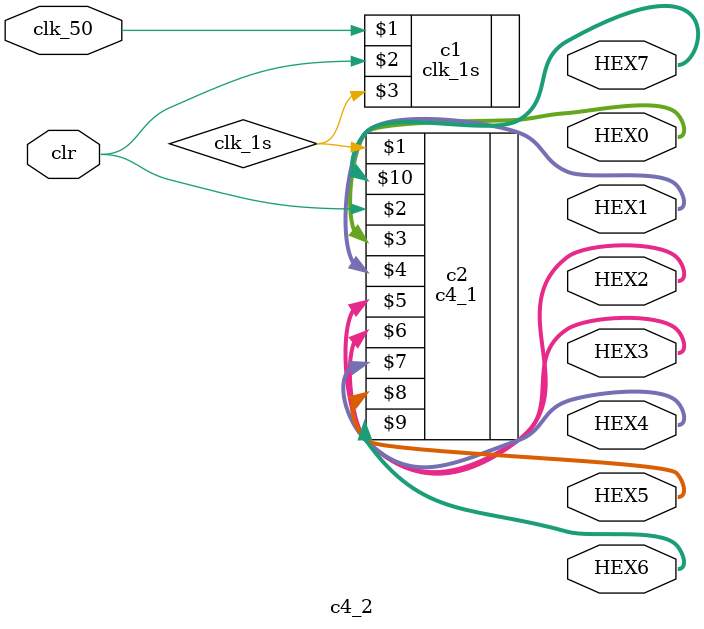
<source format=v>
module c4_2(
	input clk_50, clr,
	output [6:0] HEX0, HEX1, HEX2, HEX3, HEX4, HEX5, HEX6, HEX7
);
	wire clk_1s;
	clk_1s c1(clk_50, clr, clk_1s);
	c4_1 c2(clk_1s, clr, HEX0, HEX1, HEX2, HEX3, HEX4, HEX5, HEX6, HEX7);
endmodule 

</source>
